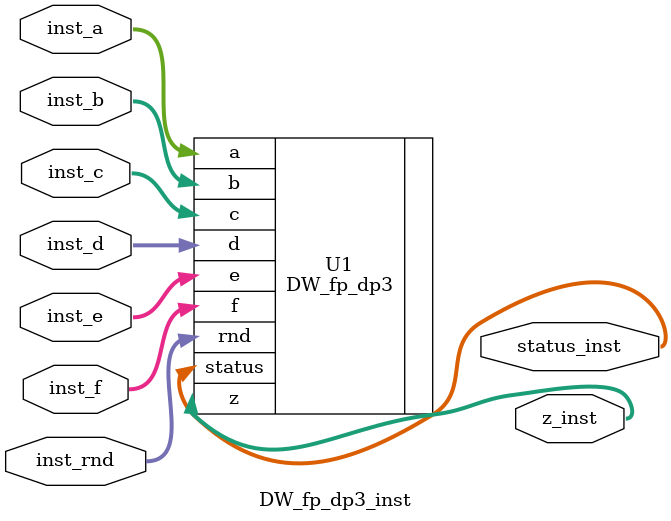
<source format=v>
module DW_fp_dp3_inst( inst_a, inst_b, inst_c, inst_d, inst_e, 
		inst_f, inst_rnd, z_inst, status_inst );

parameter inst_sig_width = 23;
parameter inst_exp_width = 8;
parameter inst_ieee_compliance = 0;
parameter inst_arch_type = 0;


input [inst_sig_width+inst_exp_width : 0] inst_a;
input [inst_sig_width+inst_exp_width : 0] inst_b;
input [inst_sig_width+inst_exp_width : 0] inst_c;
input [inst_sig_width+inst_exp_width : 0] inst_d;
input [inst_sig_width+inst_exp_width : 0] inst_e;
input [inst_sig_width+inst_exp_width : 0] inst_f;
input [2 : 0] inst_rnd;
output [inst_sig_width+inst_exp_width : 0] z_inst;
output [7 : 0] status_inst;

    // Instance of DW_fp_dp3
    DW_fp_dp3 #(inst_sig_width, inst_exp_width, inst_ieee_compliance, inst_arch_type) U1 (
			.a(inst_a),
			.b(inst_b),
			.c(inst_c),
			.d(inst_d),
			.e(inst_e),
			.f(inst_f),
			.rnd(inst_rnd),
			.z(z_inst),
			.status(status_inst) );

endmodule

</source>
